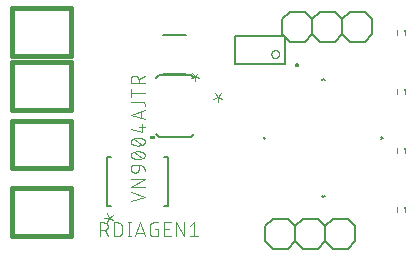
<source format=gbr>
G04 EAGLE Gerber RS-274X export*
G75*
%MOMM*%
%FSLAX34Y34*%
%LPD*%
%INSilkscreen Top*%
%IPPOS*%
%AMOC8*
5,1,8,0,0,1.08239X$1,22.5*%
G01*
%ADD10C,0.203200*%
%ADD11C,0.101600*%
%ADD12C,0.200000*%
%ADD13C,0.127000*%
%ADD14C,0.152400*%
%ADD15C,0.076200*%
%ADD16R,0.225000X0.250000*%
%ADD17C,0.406400*%

G36*
X141410Y99887D02*
X141410Y99887D01*
X141412Y99886D01*
X141455Y99906D01*
X141499Y99924D01*
X141500Y99926D01*
X141502Y99927D01*
X141534Y100012D01*
X141534Y102552D01*
X141534Y102554D01*
X141534Y102556D01*
X141514Y102599D01*
X141496Y102643D01*
X141494Y102643D01*
X141493Y102645D01*
X141408Y102678D01*
X137598Y102678D01*
X137596Y102677D01*
X137594Y102678D01*
X137551Y102658D01*
X137507Y102640D01*
X137507Y102638D01*
X137505Y102637D01*
X137472Y102552D01*
X137472Y100012D01*
X137473Y100010D01*
X137472Y100008D01*
X137492Y99965D01*
X137510Y99921D01*
X137512Y99921D01*
X137513Y99919D01*
X137598Y99886D01*
X141408Y99886D01*
X141410Y99887D01*
G37*
D10*
X251449Y186884D02*
X209751Y186884D01*
X209751Y163516D01*
X251449Y163516D01*
X251449Y186884D01*
D11*
X240101Y171660D02*
X240103Y171776D01*
X240109Y171891D01*
X240119Y172006D01*
X240133Y172121D01*
X240151Y172235D01*
X240173Y172349D01*
X240198Y172461D01*
X240228Y172573D01*
X240261Y172684D01*
X240299Y172793D01*
X240340Y172901D01*
X240384Y173008D01*
X240433Y173113D01*
X240485Y173216D01*
X240540Y173318D01*
X240599Y173417D01*
X240661Y173515D01*
X240727Y173610D01*
X240796Y173703D01*
X240868Y173793D01*
X240943Y173881D01*
X241021Y173966D01*
X241102Y174048D01*
X241186Y174128D01*
X241273Y174205D01*
X241362Y174278D01*
X241454Y174349D01*
X241548Y174416D01*
X241644Y174480D01*
X241742Y174541D01*
X241843Y174598D01*
X241945Y174652D01*
X242049Y174702D01*
X242155Y174749D01*
X242262Y174791D01*
X242371Y174830D01*
X242481Y174866D01*
X242593Y174897D01*
X242705Y174925D01*
X242818Y174949D01*
X242932Y174969D01*
X243046Y174985D01*
X243161Y174997D01*
X243277Y175005D01*
X243392Y175009D01*
X243508Y175009D01*
X243623Y175005D01*
X243739Y174997D01*
X243854Y174985D01*
X243968Y174969D01*
X244082Y174949D01*
X244195Y174925D01*
X244307Y174897D01*
X244419Y174866D01*
X244529Y174830D01*
X244638Y174791D01*
X244745Y174749D01*
X244851Y174702D01*
X244955Y174652D01*
X245057Y174598D01*
X245158Y174541D01*
X245256Y174480D01*
X245352Y174416D01*
X245446Y174349D01*
X245538Y174278D01*
X245627Y174205D01*
X245714Y174128D01*
X245798Y174048D01*
X245879Y173966D01*
X245957Y173881D01*
X246032Y173793D01*
X246104Y173703D01*
X246173Y173610D01*
X246239Y173515D01*
X246301Y173417D01*
X246360Y173318D01*
X246415Y173216D01*
X246467Y173113D01*
X246516Y173008D01*
X246560Y172901D01*
X246601Y172793D01*
X246639Y172684D01*
X246672Y172573D01*
X246702Y172461D01*
X246727Y172349D01*
X246749Y172235D01*
X246767Y172121D01*
X246781Y172006D01*
X246791Y171891D01*
X246797Y171776D01*
X246799Y171660D01*
X246797Y171544D01*
X246791Y171429D01*
X246781Y171314D01*
X246767Y171199D01*
X246749Y171085D01*
X246727Y170971D01*
X246702Y170859D01*
X246672Y170747D01*
X246639Y170636D01*
X246601Y170527D01*
X246560Y170419D01*
X246516Y170312D01*
X246467Y170207D01*
X246415Y170104D01*
X246360Y170002D01*
X246301Y169903D01*
X246239Y169805D01*
X246173Y169710D01*
X246104Y169617D01*
X246032Y169527D01*
X245957Y169439D01*
X245879Y169354D01*
X245798Y169272D01*
X245714Y169192D01*
X245627Y169115D01*
X245538Y169042D01*
X245446Y168971D01*
X245352Y168904D01*
X245256Y168840D01*
X245158Y168779D01*
X245057Y168722D01*
X244955Y168668D01*
X244851Y168618D01*
X244745Y168571D01*
X244638Y168529D01*
X244529Y168490D01*
X244419Y168454D01*
X244307Y168423D01*
X244195Y168395D01*
X244082Y168371D01*
X243968Y168351D01*
X243854Y168335D01*
X243739Y168323D01*
X243623Y168315D01*
X243508Y168311D01*
X243392Y168311D01*
X243277Y168315D01*
X243161Y168323D01*
X243046Y168335D01*
X242932Y168351D01*
X242818Y168371D01*
X242705Y168395D01*
X242593Y168423D01*
X242481Y168454D01*
X242371Y168490D01*
X242262Y168529D01*
X242155Y168571D01*
X242049Y168618D01*
X241945Y168668D01*
X241843Y168722D01*
X241742Y168779D01*
X241644Y168840D01*
X241548Y168904D01*
X241454Y168971D01*
X241362Y169042D01*
X241273Y169115D01*
X241186Y169192D01*
X241102Y169272D01*
X241021Y169354D01*
X240943Y169439D01*
X240868Y169527D01*
X240796Y169617D01*
X240727Y169710D01*
X240661Y169805D01*
X240599Y169903D01*
X240540Y170002D01*
X240485Y170104D01*
X240433Y170207D01*
X240384Y170312D01*
X240340Y170419D01*
X240299Y170527D01*
X240261Y170636D01*
X240228Y170747D01*
X240198Y170859D01*
X240173Y170971D01*
X240151Y171085D01*
X240133Y171199D01*
X240119Y171314D01*
X240109Y171429D01*
X240103Y171544D01*
X240101Y171660D01*
D12*
X260714Y162684D02*
X260716Y162747D01*
X260722Y162809D01*
X260732Y162871D01*
X260745Y162933D01*
X260763Y162993D01*
X260784Y163052D01*
X260809Y163110D01*
X260838Y163166D01*
X260870Y163220D01*
X260905Y163272D01*
X260943Y163321D01*
X260985Y163369D01*
X261029Y163413D01*
X261077Y163455D01*
X261126Y163493D01*
X261178Y163528D01*
X261232Y163560D01*
X261288Y163589D01*
X261346Y163614D01*
X261405Y163635D01*
X261465Y163653D01*
X261527Y163666D01*
X261589Y163676D01*
X261651Y163682D01*
X261714Y163684D01*
X261777Y163682D01*
X261839Y163676D01*
X261901Y163666D01*
X261963Y163653D01*
X262023Y163635D01*
X262082Y163614D01*
X262140Y163589D01*
X262196Y163560D01*
X262250Y163528D01*
X262302Y163493D01*
X262351Y163455D01*
X262399Y163413D01*
X262443Y163369D01*
X262485Y163321D01*
X262523Y163272D01*
X262558Y163220D01*
X262590Y163166D01*
X262619Y163110D01*
X262644Y163052D01*
X262665Y162993D01*
X262683Y162933D01*
X262696Y162871D01*
X262706Y162809D01*
X262712Y162747D01*
X262714Y162684D01*
X262712Y162621D01*
X262706Y162559D01*
X262696Y162497D01*
X262683Y162435D01*
X262665Y162375D01*
X262644Y162316D01*
X262619Y162258D01*
X262590Y162202D01*
X262558Y162148D01*
X262523Y162096D01*
X262485Y162047D01*
X262443Y161999D01*
X262399Y161955D01*
X262351Y161913D01*
X262302Y161875D01*
X262250Y161840D01*
X262196Y161808D01*
X262140Y161779D01*
X262082Y161754D01*
X262023Y161733D01*
X261963Y161715D01*
X261901Y161702D01*
X261839Y161692D01*
X261777Y161686D01*
X261714Y161684D01*
X261651Y161686D01*
X261589Y161692D01*
X261527Y161702D01*
X261465Y161715D01*
X261405Y161733D01*
X261346Y161754D01*
X261288Y161779D01*
X261232Y161808D01*
X261178Y161840D01*
X261126Y161875D01*
X261077Y161913D01*
X261029Y161955D01*
X260985Y161999D01*
X260943Y162047D01*
X260905Y162096D01*
X260870Y162148D01*
X260838Y162202D01*
X260809Y162258D01*
X260784Y162316D01*
X260763Y162375D01*
X260745Y162435D01*
X260732Y162497D01*
X260722Y162559D01*
X260716Y162621D01*
X260714Y162684D01*
D13*
X283104Y51491D02*
X284200Y50395D01*
X334405Y100600D02*
X333309Y101696D01*
X235091Y99504D02*
X233995Y100600D01*
X284200Y150805D02*
X285296Y149709D01*
X285296Y51491D02*
X284200Y50395D01*
X333309Y99504D02*
X334405Y100600D01*
X235091Y101696D02*
X233995Y100600D01*
X283104Y149709D02*
X284200Y150805D01*
D14*
X174402Y104332D02*
X171862Y101792D01*
X174402Y151068D02*
X171862Y153608D01*
X144938Y153608D01*
X142398Y151068D01*
X142398Y104332D02*
X144938Y101792D01*
X171862Y101792D01*
D15*
X194757Y131397D02*
X194757Y135376D01*
X192436Y138361D01*
X194757Y135376D02*
X197079Y138361D01*
X194757Y135376D02*
X191110Y134050D01*
X194757Y135376D02*
X198405Y134050D01*
D14*
X167752Y187756D02*
X148448Y187756D01*
X148448Y155244D02*
X167752Y155244D01*
D15*
X175407Y153014D02*
X175407Y149035D01*
X175407Y153014D02*
X173086Y155999D01*
X175407Y153014D02*
X177729Y155999D01*
X175407Y153014D02*
X171760Y151688D01*
X175407Y153014D02*
X179055Y151688D01*
D14*
X241350Y32100D02*
X254050Y32100D01*
X260400Y25750D01*
X260400Y13050D01*
X254050Y6700D01*
X260400Y25750D02*
X266750Y32100D01*
X279450Y32100D01*
X285800Y25750D01*
X285800Y13050D01*
X279450Y6700D01*
X266750Y6700D01*
X260400Y13050D01*
X235000Y13050D02*
X235000Y25750D01*
X241350Y32100D01*
X235000Y13050D02*
X241350Y6700D01*
X254050Y6700D01*
X285800Y25750D02*
X292150Y32100D01*
X304850Y32100D01*
X311200Y25750D01*
X311200Y13050D01*
X304850Y6700D01*
X292150Y6700D01*
X285800Y13050D01*
D11*
X353500Y188000D02*
X353500Y192000D01*
X346500Y192000D02*
X346500Y188000D01*
D16*
X352875Y191250D03*
D11*
X353500Y142000D02*
X353500Y138000D01*
X346500Y138000D02*
X346500Y142000D01*
D16*
X352875Y141250D03*
D11*
X353500Y92000D02*
X353500Y88000D01*
X346500Y88000D02*
X346500Y92000D01*
D16*
X352875Y91250D03*
D11*
X353500Y42000D02*
X353500Y38000D01*
X346500Y38000D02*
X346500Y42000D01*
D16*
X352875Y41250D03*
D14*
X319150Y182100D02*
X306450Y182100D01*
X300100Y188450D01*
X300100Y201150D01*
X306450Y207500D01*
X300100Y188450D02*
X293750Y182100D01*
X281050Y182100D01*
X274700Y188450D01*
X274700Y201150D01*
X281050Y207500D01*
X293750Y207500D01*
X300100Y201150D01*
X325500Y201150D02*
X325500Y188450D01*
X319150Y182100D01*
X325500Y201150D02*
X319150Y207500D01*
X306450Y207500D01*
X274700Y188450D02*
X268350Y182100D01*
X255650Y182100D01*
X249300Y188450D01*
X249300Y201150D01*
X255650Y207500D01*
X268350Y207500D01*
X274700Y201150D01*
D17*
X70800Y58100D02*
X20800Y58100D01*
X20800Y18100D01*
X70800Y18100D01*
X70800Y58100D01*
X70800Y114900D02*
X20800Y114900D01*
X20800Y74900D01*
X70800Y74900D01*
X70800Y114900D01*
X70800Y210500D02*
X20800Y210500D01*
X20800Y170500D01*
X70800Y170500D01*
X70800Y210500D01*
X70800Y164700D02*
X20800Y164700D01*
X20800Y124700D01*
X70800Y124700D01*
X70800Y164700D01*
D14*
X152908Y84828D02*
X152908Y43172D01*
X152908Y84828D02*
X149352Y84828D01*
X101092Y84828D02*
X101092Y43172D01*
X104648Y43172D01*
X149352Y43172D02*
X152908Y43172D01*
X104648Y84828D02*
X101092Y84828D01*
D15*
X102672Y33231D02*
X98693Y33231D01*
X102672Y33231D02*
X105657Y35552D01*
X102672Y33231D02*
X105657Y30909D01*
X102672Y33231D02*
X101346Y36878D01*
X102672Y33231D02*
X101346Y29583D01*
X121031Y47109D02*
X132969Y51088D01*
X121031Y55068D01*
X121031Y59583D02*
X132969Y59583D01*
X132969Y66215D02*
X121031Y59583D01*
X121031Y66215D02*
X132969Y66215D01*
X127663Y74047D02*
X127663Y78026D01*
X127663Y74047D02*
X127661Y73945D01*
X127655Y73844D01*
X127645Y73743D01*
X127632Y73642D01*
X127614Y73542D01*
X127593Y73443D01*
X127568Y73344D01*
X127539Y73247D01*
X127507Y73150D01*
X127471Y73055D01*
X127431Y72962D01*
X127388Y72870D01*
X127341Y72780D01*
X127290Y72691D01*
X127237Y72605D01*
X127180Y72521D01*
X127120Y72439D01*
X127057Y72359D01*
X126991Y72282D01*
X126922Y72207D01*
X126850Y72135D01*
X126775Y72066D01*
X126698Y72000D01*
X126618Y71937D01*
X126536Y71877D01*
X126452Y71820D01*
X126366Y71767D01*
X126277Y71716D01*
X126187Y71669D01*
X126095Y71626D01*
X126002Y71586D01*
X125907Y71550D01*
X125810Y71518D01*
X125713Y71489D01*
X125614Y71464D01*
X125515Y71443D01*
X125415Y71425D01*
X125314Y71412D01*
X125213Y71402D01*
X125112Y71396D01*
X125010Y71394D01*
X124347Y71394D01*
X124233Y71396D01*
X124118Y71402D01*
X124004Y71412D01*
X123891Y71426D01*
X123777Y71443D01*
X123665Y71465D01*
X123553Y71490D01*
X123443Y71520D01*
X123333Y71553D01*
X123225Y71590D01*
X123118Y71630D01*
X123012Y71675D01*
X122908Y71722D01*
X122806Y71774D01*
X122706Y71829D01*
X122607Y71887D01*
X122511Y71949D01*
X122416Y72014D01*
X122325Y72082D01*
X122235Y72154D01*
X122148Y72228D01*
X122064Y72305D01*
X121982Y72386D01*
X121903Y72469D01*
X121827Y72554D01*
X121754Y72643D01*
X121685Y72733D01*
X121618Y72826D01*
X121555Y72922D01*
X121495Y73019D01*
X121438Y73119D01*
X121385Y73220D01*
X121335Y73323D01*
X121289Y73428D01*
X121246Y73534D01*
X121208Y73642D01*
X121173Y73751D01*
X121142Y73861D01*
X121114Y73972D01*
X121091Y74084D01*
X121071Y74197D01*
X121055Y74310D01*
X121043Y74424D01*
X121035Y74538D01*
X121031Y74653D01*
X121031Y74767D01*
X121035Y74882D01*
X121043Y74996D01*
X121055Y75110D01*
X121071Y75223D01*
X121091Y75336D01*
X121114Y75448D01*
X121142Y75559D01*
X121173Y75669D01*
X121208Y75778D01*
X121246Y75886D01*
X121289Y75992D01*
X121335Y76097D01*
X121385Y76200D01*
X121438Y76301D01*
X121495Y76401D01*
X121555Y76498D01*
X121618Y76594D01*
X121685Y76687D01*
X121754Y76777D01*
X121827Y76866D01*
X121903Y76951D01*
X121982Y77034D01*
X122064Y77115D01*
X122148Y77192D01*
X122235Y77266D01*
X122325Y77338D01*
X122416Y77406D01*
X122511Y77471D01*
X122607Y77533D01*
X122706Y77591D01*
X122806Y77646D01*
X122908Y77698D01*
X123012Y77745D01*
X123118Y77790D01*
X123225Y77830D01*
X123333Y77867D01*
X123443Y77900D01*
X123553Y77930D01*
X123665Y77955D01*
X123777Y77977D01*
X123891Y77994D01*
X124004Y78008D01*
X124118Y78018D01*
X124233Y78024D01*
X124347Y78026D01*
X127663Y78026D01*
X127663Y78027D02*
X127807Y78025D01*
X127950Y78019D01*
X128094Y78009D01*
X128237Y77996D01*
X128379Y77978D01*
X128521Y77957D01*
X128663Y77932D01*
X128804Y77903D01*
X128944Y77870D01*
X129083Y77834D01*
X129220Y77793D01*
X129357Y77749D01*
X129493Y77702D01*
X129627Y77650D01*
X129760Y77595D01*
X129891Y77537D01*
X130021Y77474D01*
X130148Y77409D01*
X130274Y77340D01*
X130399Y77267D01*
X130521Y77192D01*
X130641Y77113D01*
X130758Y77030D01*
X130874Y76945D01*
X130987Y76857D01*
X131098Y76765D01*
X131206Y76671D01*
X131312Y76573D01*
X131415Y76473D01*
X131515Y76370D01*
X131613Y76264D01*
X131707Y76156D01*
X131799Y76045D01*
X131887Y75932D01*
X131972Y75816D01*
X132055Y75699D01*
X132134Y75579D01*
X132209Y75457D01*
X132282Y75332D01*
X132351Y75206D01*
X132416Y75079D01*
X132479Y74949D01*
X132537Y74818D01*
X132592Y74685D01*
X132644Y74551D01*
X132691Y74415D01*
X132735Y74278D01*
X132776Y74141D01*
X132812Y74002D01*
X132845Y73862D01*
X132874Y73721D01*
X132899Y73579D01*
X132920Y73437D01*
X132938Y73295D01*
X132951Y73152D01*
X132961Y73008D01*
X132967Y72865D01*
X132969Y72721D01*
X127000Y82824D02*
X126765Y82827D01*
X126530Y82835D01*
X126296Y82849D01*
X126062Y82869D01*
X125828Y82894D01*
X125596Y82925D01*
X125364Y82961D01*
X125132Y83003D01*
X124902Y83050D01*
X124674Y83103D01*
X124446Y83161D01*
X124220Y83225D01*
X123996Y83294D01*
X123773Y83368D01*
X123552Y83448D01*
X123333Y83533D01*
X123116Y83623D01*
X122901Y83718D01*
X122689Y83819D01*
X122597Y83852D01*
X122506Y83890D01*
X122417Y83931D01*
X122329Y83975D01*
X122244Y84023D01*
X122160Y84074D01*
X122078Y84129D01*
X121999Y84187D01*
X121922Y84248D01*
X121848Y84312D01*
X121776Y84379D01*
X121707Y84449D01*
X121641Y84521D01*
X121577Y84596D01*
X121517Y84674D01*
X121460Y84754D01*
X121406Y84836D01*
X121356Y84920D01*
X121309Y85006D01*
X121265Y85094D01*
X121225Y85184D01*
X121188Y85275D01*
X121156Y85368D01*
X121127Y85462D01*
X121101Y85556D01*
X121080Y85652D01*
X121062Y85749D01*
X121049Y85846D01*
X121039Y85944D01*
X121033Y86042D01*
X121031Y86140D01*
X121033Y86238D01*
X121039Y86336D01*
X121049Y86434D01*
X121062Y86531D01*
X121080Y86628D01*
X121101Y86724D01*
X121127Y86818D01*
X121156Y86912D01*
X121188Y87005D01*
X121225Y87096D01*
X121265Y87186D01*
X121309Y87274D01*
X121356Y87360D01*
X121406Y87444D01*
X121460Y87526D01*
X121517Y87606D01*
X121577Y87684D01*
X121641Y87759D01*
X121707Y87831D01*
X121776Y87901D01*
X121848Y87968D01*
X121922Y88032D01*
X121999Y88093D01*
X122078Y88151D01*
X122160Y88206D01*
X122244Y88257D01*
X122329Y88305D01*
X122417Y88349D01*
X122506Y88390D01*
X122597Y88428D01*
X122689Y88461D01*
X122689Y88462D02*
X122901Y88563D01*
X123116Y88658D01*
X123333Y88748D01*
X123552Y88833D01*
X123773Y88913D01*
X123995Y88987D01*
X124220Y89056D01*
X124446Y89120D01*
X124674Y89178D01*
X124902Y89231D01*
X125132Y89278D01*
X125364Y89320D01*
X125596Y89356D01*
X125828Y89387D01*
X126062Y89412D01*
X126296Y89432D01*
X126530Y89446D01*
X126765Y89454D01*
X127000Y89457D01*
X127000Y82824D02*
X127235Y82827D01*
X127470Y82835D01*
X127704Y82849D01*
X127938Y82869D01*
X128172Y82894D01*
X128404Y82925D01*
X128636Y82961D01*
X128868Y83003D01*
X129098Y83050D01*
X129326Y83103D01*
X129554Y83161D01*
X129780Y83225D01*
X130004Y83294D01*
X130227Y83368D01*
X130448Y83448D01*
X130667Y83533D01*
X130884Y83623D01*
X131099Y83718D01*
X131311Y83819D01*
X131403Y83852D01*
X131494Y83890D01*
X131583Y83931D01*
X131671Y83975D01*
X131756Y84023D01*
X131840Y84075D01*
X131922Y84129D01*
X132001Y84187D01*
X132078Y84248D01*
X132152Y84312D01*
X132224Y84379D01*
X132293Y84449D01*
X132359Y84521D01*
X132423Y84596D01*
X132483Y84674D01*
X132540Y84754D01*
X132594Y84836D01*
X132644Y84920D01*
X132691Y85006D01*
X132735Y85094D01*
X132775Y85184D01*
X132812Y85275D01*
X132844Y85368D01*
X132873Y85462D01*
X132899Y85556D01*
X132920Y85652D01*
X132938Y85749D01*
X132951Y85846D01*
X132961Y85944D01*
X132967Y86042D01*
X132969Y86140D01*
X131311Y88462D02*
X131099Y88563D01*
X130884Y88658D01*
X130667Y88748D01*
X130448Y88833D01*
X130227Y88913D01*
X130005Y88987D01*
X129780Y89056D01*
X129554Y89120D01*
X129326Y89178D01*
X129098Y89231D01*
X128868Y89278D01*
X128636Y89320D01*
X128404Y89356D01*
X128172Y89387D01*
X127938Y89412D01*
X127704Y89432D01*
X127470Y89446D01*
X127235Y89454D01*
X127000Y89457D01*
X131311Y88461D02*
X131403Y88428D01*
X131494Y88390D01*
X131583Y88349D01*
X131671Y88305D01*
X131756Y88257D01*
X131840Y88205D01*
X131922Y88151D01*
X132001Y88093D01*
X132078Y88032D01*
X132152Y87968D01*
X132224Y87901D01*
X132293Y87831D01*
X132359Y87759D01*
X132423Y87684D01*
X132483Y87606D01*
X132540Y87526D01*
X132594Y87444D01*
X132644Y87360D01*
X132691Y87274D01*
X132735Y87186D01*
X132775Y87096D01*
X132812Y87005D01*
X132844Y86912D01*
X132873Y86818D01*
X132899Y86724D01*
X132920Y86628D01*
X132938Y86531D01*
X132951Y86434D01*
X132961Y86336D01*
X132967Y86238D01*
X132969Y86140D01*
X130316Y83487D02*
X123684Y88793D01*
X127000Y94254D02*
X126765Y94257D01*
X126530Y94265D01*
X126296Y94279D01*
X126062Y94299D01*
X125828Y94324D01*
X125596Y94355D01*
X125364Y94391D01*
X125132Y94433D01*
X124902Y94480D01*
X124674Y94533D01*
X124446Y94591D01*
X124220Y94655D01*
X123996Y94724D01*
X123773Y94798D01*
X123552Y94878D01*
X123333Y94963D01*
X123116Y95053D01*
X122901Y95148D01*
X122689Y95249D01*
X122597Y95282D01*
X122506Y95320D01*
X122417Y95361D01*
X122329Y95405D01*
X122244Y95453D01*
X122160Y95504D01*
X122078Y95559D01*
X121999Y95617D01*
X121922Y95678D01*
X121848Y95742D01*
X121776Y95809D01*
X121707Y95879D01*
X121641Y95951D01*
X121577Y96026D01*
X121517Y96104D01*
X121460Y96184D01*
X121406Y96266D01*
X121356Y96350D01*
X121309Y96436D01*
X121265Y96524D01*
X121225Y96614D01*
X121188Y96705D01*
X121156Y96798D01*
X121127Y96892D01*
X121101Y96986D01*
X121080Y97082D01*
X121062Y97179D01*
X121049Y97276D01*
X121039Y97374D01*
X121033Y97472D01*
X121031Y97570D01*
X121033Y97668D01*
X121039Y97766D01*
X121049Y97864D01*
X121062Y97961D01*
X121080Y98058D01*
X121101Y98154D01*
X121127Y98248D01*
X121156Y98342D01*
X121188Y98435D01*
X121225Y98526D01*
X121265Y98616D01*
X121309Y98704D01*
X121356Y98790D01*
X121406Y98874D01*
X121460Y98956D01*
X121517Y99036D01*
X121577Y99114D01*
X121641Y99189D01*
X121707Y99261D01*
X121776Y99331D01*
X121848Y99398D01*
X121922Y99462D01*
X121999Y99523D01*
X122078Y99581D01*
X122160Y99636D01*
X122244Y99687D01*
X122329Y99735D01*
X122417Y99779D01*
X122506Y99820D01*
X122597Y99858D01*
X122689Y99891D01*
X122689Y99892D02*
X122901Y99993D01*
X123116Y100088D01*
X123333Y100178D01*
X123552Y100263D01*
X123773Y100343D01*
X123995Y100417D01*
X124220Y100486D01*
X124446Y100550D01*
X124674Y100608D01*
X124902Y100661D01*
X125132Y100708D01*
X125364Y100750D01*
X125596Y100786D01*
X125828Y100817D01*
X126062Y100842D01*
X126296Y100862D01*
X126530Y100876D01*
X126765Y100884D01*
X127000Y100887D01*
X127000Y94254D02*
X127235Y94257D01*
X127470Y94265D01*
X127704Y94279D01*
X127938Y94299D01*
X128172Y94324D01*
X128404Y94355D01*
X128636Y94391D01*
X128868Y94433D01*
X129098Y94480D01*
X129326Y94533D01*
X129554Y94591D01*
X129780Y94655D01*
X130004Y94724D01*
X130227Y94798D01*
X130448Y94878D01*
X130667Y94963D01*
X130884Y95053D01*
X131099Y95148D01*
X131311Y95249D01*
X131403Y95282D01*
X131494Y95320D01*
X131583Y95361D01*
X131671Y95405D01*
X131756Y95453D01*
X131840Y95505D01*
X131922Y95559D01*
X132001Y95617D01*
X132078Y95678D01*
X132152Y95742D01*
X132224Y95809D01*
X132293Y95879D01*
X132359Y95951D01*
X132423Y96026D01*
X132483Y96104D01*
X132540Y96184D01*
X132594Y96266D01*
X132644Y96350D01*
X132691Y96436D01*
X132735Y96524D01*
X132775Y96614D01*
X132812Y96705D01*
X132844Y96798D01*
X132873Y96892D01*
X132899Y96986D01*
X132920Y97082D01*
X132938Y97179D01*
X132951Y97276D01*
X132961Y97374D01*
X132967Y97472D01*
X132969Y97570D01*
X131311Y99892D02*
X131099Y99993D01*
X130884Y100088D01*
X130667Y100178D01*
X130448Y100263D01*
X130227Y100343D01*
X130005Y100417D01*
X129780Y100486D01*
X129554Y100550D01*
X129326Y100608D01*
X129098Y100661D01*
X128868Y100708D01*
X128636Y100750D01*
X128404Y100786D01*
X128172Y100817D01*
X127938Y100842D01*
X127704Y100862D01*
X127470Y100876D01*
X127235Y100884D01*
X127000Y100887D01*
X131311Y99891D02*
X131403Y99858D01*
X131494Y99820D01*
X131583Y99779D01*
X131671Y99735D01*
X131756Y99687D01*
X131840Y99635D01*
X131922Y99581D01*
X132001Y99523D01*
X132078Y99462D01*
X132152Y99398D01*
X132224Y99331D01*
X132293Y99261D01*
X132359Y99189D01*
X132423Y99114D01*
X132483Y99036D01*
X132540Y98956D01*
X132594Y98874D01*
X132644Y98790D01*
X132691Y98704D01*
X132735Y98616D01*
X132775Y98526D01*
X132812Y98435D01*
X132844Y98342D01*
X132873Y98248D01*
X132899Y98154D01*
X132920Y98058D01*
X132938Y97961D01*
X132951Y97864D01*
X132961Y97766D01*
X132967Y97668D01*
X132969Y97570D01*
X130316Y94917D02*
X123684Y100223D01*
X121031Y108337D02*
X130316Y105684D01*
X130316Y112316D01*
X127663Y110327D02*
X132969Y110327D01*
X132969Y116451D02*
X121031Y120430D01*
X132969Y124409D01*
X129985Y123415D02*
X129985Y117446D01*
X130316Y131407D02*
X121031Y131407D01*
X130316Y131407D02*
X130418Y131405D01*
X130519Y131399D01*
X130620Y131389D01*
X130721Y131376D01*
X130821Y131358D01*
X130920Y131337D01*
X131019Y131312D01*
X131116Y131283D01*
X131213Y131251D01*
X131308Y131215D01*
X131401Y131175D01*
X131493Y131132D01*
X131583Y131085D01*
X131672Y131034D01*
X131758Y130981D01*
X131842Y130924D01*
X131924Y130864D01*
X132004Y130801D01*
X132081Y130735D01*
X132156Y130666D01*
X132228Y130594D01*
X132297Y130519D01*
X132363Y130442D01*
X132426Y130362D01*
X132486Y130280D01*
X132543Y130196D01*
X132596Y130110D01*
X132647Y130021D01*
X132694Y129931D01*
X132737Y129839D01*
X132777Y129746D01*
X132813Y129651D01*
X132845Y129554D01*
X132874Y129457D01*
X132899Y129358D01*
X132920Y129259D01*
X132938Y129159D01*
X132951Y129058D01*
X132961Y128957D01*
X132967Y128856D01*
X132969Y128754D01*
X132969Y127428D01*
X132969Y139099D02*
X121031Y139099D01*
X121031Y135783D02*
X121031Y142415D01*
X121031Y146896D02*
X132969Y146896D01*
X121031Y146896D02*
X121031Y150212D01*
X121033Y150326D01*
X121039Y150441D01*
X121049Y150555D01*
X121063Y150668D01*
X121080Y150782D01*
X121102Y150894D01*
X121127Y151006D01*
X121157Y151116D01*
X121190Y151226D01*
X121227Y151334D01*
X121267Y151441D01*
X121312Y151547D01*
X121359Y151651D01*
X121411Y151753D01*
X121466Y151853D01*
X121524Y151952D01*
X121586Y152048D01*
X121651Y152143D01*
X121719Y152234D01*
X121791Y152324D01*
X121865Y152411D01*
X121942Y152495D01*
X122023Y152577D01*
X122106Y152656D01*
X122191Y152732D01*
X122280Y152805D01*
X122370Y152874D01*
X122463Y152941D01*
X122559Y153004D01*
X122656Y153064D01*
X122756Y153121D01*
X122857Y153174D01*
X122960Y153224D01*
X123065Y153270D01*
X123171Y153313D01*
X123279Y153351D01*
X123388Y153386D01*
X123498Y153417D01*
X123609Y153445D01*
X123721Y153468D01*
X123834Y153488D01*
X123947Y153504D01*
X124061Y153516D01*
X124175Y153524D01*
X124290Y153528D01*
X124404Y153528D01*
X124519Y153524D01*
X124633Y153516D01*
X124747Y153504D01*
X124860Y153488D01*
X124973Y153468D01*
X125085Y153445D01*
X125196Y153417D01*
X125306Y153386D01*
X125415Y153351D01*
X125523Y153313D01*
X125629Y153270D01*
X125734Y153224D01*
X125837Y153174D01*
X125938Y153121D01*
X126038Y153064D01*
X126135Y153004D01*
X126231Y152941D01*
X126324Y152874D01*
X126414Y152805D01*
X126503Y152732D01*
X126588Y152656D01*
X126671Y152577D01*
X126752Y152495D01*
X126829Y152411D01*
X126903Y152324D01*
X126975Y152234D01*
X127043Y152143D01*
X127108Y152048D01*
X127170Y151952D01*
X127228Y151853D01*
X127283Y151753D01*
X127335Y151651D01*
X127382Y151547D01*
X127427Y151441D01*
X127467Y151334D01*
X127504Y151226D01*
X127537Y151116D01*
X127567Y151006D01*
X127592Y150894D01*
X127614Y150782D01*
X127631Y150668D01*
X127645Y150555D01*
X127655Y150441D01*
X127661Y150326D01*
X127663Y150212D01*
X127663Y146896D01*
X127663Y150876D02*
X132969Y153529D01*
D11*
X95225Y29142D02*
X95225Y17458D01*
X95225Y29142D02*
X98470Y29142D01*
X98583Y29140D01*
X98696Y29134D01*
X98809Y29124D01*
X98922Y29110D01*
X99034Y29093D01*
X99145Y29071D01*
X99255Y29046D01*
X99365Y29016D01*
X99473Y28983D01*
X99580Y28946D01*
X99686Y28906D01*
X99790Y28861D01*
X99893Y28813D01*
X99994Y28762D01*
X100093Y28707D01*
X100190Y28649D01*
X100285Y28587D01*
X100378Y28522D01*
X100468Y28454D01*
X100556Y28383D01*
X100642Y28308D01*
X100725Y28231D01*
X100805Y28151D01*
X100882Y28068D01*
X100957Y27982D01*
X101028Y27894D01*
X101096Y27804D01*
X101161Y27711D01*
X101223Y27616D01*
X101281Y27519D01*
X101336Y27420D01*
X101387Y27319D01*
X101435Y27216D01*
X101480Y27112D01*
X101520Y27006D01*
X101557Y26899D01*
X101590Y26791D01*
X101620Y26681D01*
X101645Y26571D01*
X101667Y26460D01*
X101684Y26348D01*
X101698Y26235D01*
X101708Y26122D01*
X101714Y26009D01*
X101716Y25896D01*
X101714Y25783D01*
X101708Y25670D01*
X101698Y25557D01*
X101684Y25444D01*
X101667Y25332D01*
X101645Y25221D01*
X101620Y25111D01*
X101590Y25001D01*
X101557Y24893D01*
X101520Y24786D01*
X101480Y24680D01*
X101435Y24576D01*
X101387Y24473D01*
X101336Y24372D01*
X101281Y24273D01*
X101223Y24176D01*
X101161Y24081D01*
X101096Y23988D01*
X101028Y23898D01*
X100957Y23810D01*
X100882Y23724D01*
X100805Y23641D01*
X100725Y23561D01*
X100642Y23484D01*
X100556Y23409D01*
X100468Y23338D01*
X100378Y23270D01*
X100285Y23205D01*
X100190Y23143D01*
X100093Y23085D01*
X99994Y23030D01*
X99893Y22979D01*
X99790Y22931D01*
X99686Y22886D01*
X99580Y22846D01*
X99473Y22809D01*
X99365Y22776D01*
X99255Y22746D01*
X99145Y22721D01*
X99034Y22699D01*
X98922Y22682D01*
X98809Y22668D01*
X98696Y22658D01*
X98583Y22652D01*
X98470Y22650D01*
X98470Y22651D02*
X95225Y22651D01*
X99119Y22651D02*
X101716Y17458D01*
X106962Y17458D02*
X106962Y29142D01*
X110208Y29142D01*
X110321Y29140D01*
X110434Y29134D01*
X110547Y29124D01*
X110660Y29110D01*
X110772Y29093D01*
X110883Y29071D01*
X110993Y29046D01*
X111103Y29016D01*
X111211Y28983D01*
X111318Y28946D01*
X111424Y28906D01*
X111528Y28861D01*
X111631Y28813D01*
X111732Y28762D01*
X111831Y28707D01*
X111928Y28649D01*
X112023Y28587D01*
X112116Y28522D01*
X112206Y28454D01*
X112294Y28383D01*
X112380Y28308D01*
X112463Y28231D01*
X112543Y28151D01*
X112620Y28068D01*
X112695Y27982D01*
X112766Y27894D01*
X112834Y27804D01*
X112899Y27711D01*
X112961Y27616D01*
X113019Y27519D01*
X113074Y27420D01*
X113125Y27319D01*
X113173Y27216D01*
X113218Y27112D01*
X113258Y27006D01*
X113295Y26899D01*
X113328Y26791D01*
X113358Y26681D01*
X113383Y26571D01*
X113405Y26460D01*
X113422Y26348D01*
X113436Y26235D01*
X113446Y26122D01*
X113452Y26009D01*
X113454Y25896D01*
X113453Y25896D02*
X113453Y20704D01*
X113454Y20704D02*
X113452Y20591D01*
X113446Y20478D01*
X113436Y20365D01*
X113422Y20252D01*
X113405Y20140D01*
X113383Y20029D01*
X113358Y19919D01*
X113328Y19809D01*
X113295Y19701D01*
X113258Y19594D01*
X113218Y19488D01*
X113173Y19384D01*
X113125Y19281D01*
X113074Y19180D01*
X113019Y19081D01*
X112961Y18984D01*
X112899Y18889D01*
X112834Y18796D01*
X112766Y18706D01*
X112695Y18618D01*
X112620Y18532D01*
X112543Y18449D01*
X112463Y18369D01*
X112380Y18292D01*
X112294Y18217D01*
X112206Y18146D01*
X112116Y18078D01*
X112023Y18013D01*
X111928Y17951D01*
X111831Y17893D01*
X111732Y17838D01*
X111631Y17787D01*
X111528Y17739D01*
X111424Y17694D01*
X111318Y17654D01*
X111211Y17617D01*
X111103Y17584D01*
X110993Y17554D01*
X110883Y17529D01*
X110772Y17507D01*
X110660Y17490D01*
X110547Y17476D01*
X110434Y17466D01*
X110321Y17460D01*
X110208Y17458D01*
X106962Y17458D01*
X119733Y17458D02*
X119733Y29142D01*
X118434Y17458D02*
X121031Y17458D01*
X121031Y29142D02*
X118434Y29142D01*
X128877Y29142D02*
X124982Y17458D01*
X132771Y17458D02*
X128877Y29142D01*
X131798Y20379D02*
X125956Y20379D01*
X141986Y23949D02*
X143933Y23949D01*
X143933Y17458D01*
X140038Y17458D01*
X139939Y17460D01*
X139839Y17466D01*
X139740Y17475D01*
X139642Y17488D01*
X139544Y17505D01*
X139446Y17526D01*
X139350Y17551D01*
X139255Y17579D01*
X139161Y17611D01*
X139068Y17646D01*
X138976Y17685D01*
X138886Y17728D01*
X138798Y17773D01*
X138711Y17823D01*
X138627Y17875D01*
X138544Y17931D01*
X138464Y17989D01*
X138386Y18051D01*
X138311Y18116D01*
X138238Y18184D01*
X138168Y18254D01*
X138100Y18327D01*
X138035Y18402D01*
X137973Y18480D01*
X137915Y18560D01*
X137859Y18643D01*
X137807Y18727D01*
X137757Y18814D01*
X137712Y18902D01*
X137669Y18992D01*
X137630Y19084D01*
X137595Y19177D01*
X137563Y19271D01*
X137535Y19366D01*
X137510Y19462D01*
X137489Y19560D01*
X137472Y19658D01*
X137459Y19756D01*
X137450Y19855D01*
X137444Y19955D01*
X137442Y20054D01*
X137442Y26546D01*
X137444Y26645D01*
X137450Y26745D01*
X137459Y26844D01*
X137472Y26942D01*
X137489Y27040D01*
X137510Y27138D01*
X137535Y27234D01*
X137563Y27329D01*
X137595Y27423D01*
X137630Y27516D01*
X137669Y27608D01*
X137712Y27698D01*
X137757Y27786D01*
X137807Y27873D01*
X137859Y27957D01*
X137915Y28040D01*
X137973Y28120D01*
X138035Y28198D01*
X138100Y28273D01*
X138168Y28346D01*
X138238Y28416D01*
X138311Y28484D01*
X138386Y28549D01*
X138464Y28611D01*
X138544Y28669D01*
X138627Y28725D01*
X138711Y28777D01*
X138798Y28827D01*
X138886Y28872D01*
X138976Y28915D01*
X139068Y28954D01*
X139160Y28989D01*
X139255Y29021D01*
X139350Y29049D01*
X139446Y29074D01*
X139544Y29095D01*
X139642Y29112D01*
X139740Y29125D01*
X139839Y29134D01*
X139939Y29140D01*
X140038Y29142D01*
X143933Y29142D01*
X149657Y17458D02*
X154849Y17458D01*
X149657Y17458D02*
X149657Y29142D01*
X154849Y29142D01*
X153551Y23949D02*
X149657Y23949D01*
X159540Y29142D02*
X159540Y17458D01*
X166031Y17458D02*
X159540Y29142D01*
X166031Y29142D02*
X166031Y17458D01*
X171351Y26546D02*
X174596Y29142D01*
X174596Y17458D01*
X171351Y17458D02*
X177842Y17458D01*
M02*

</source>
